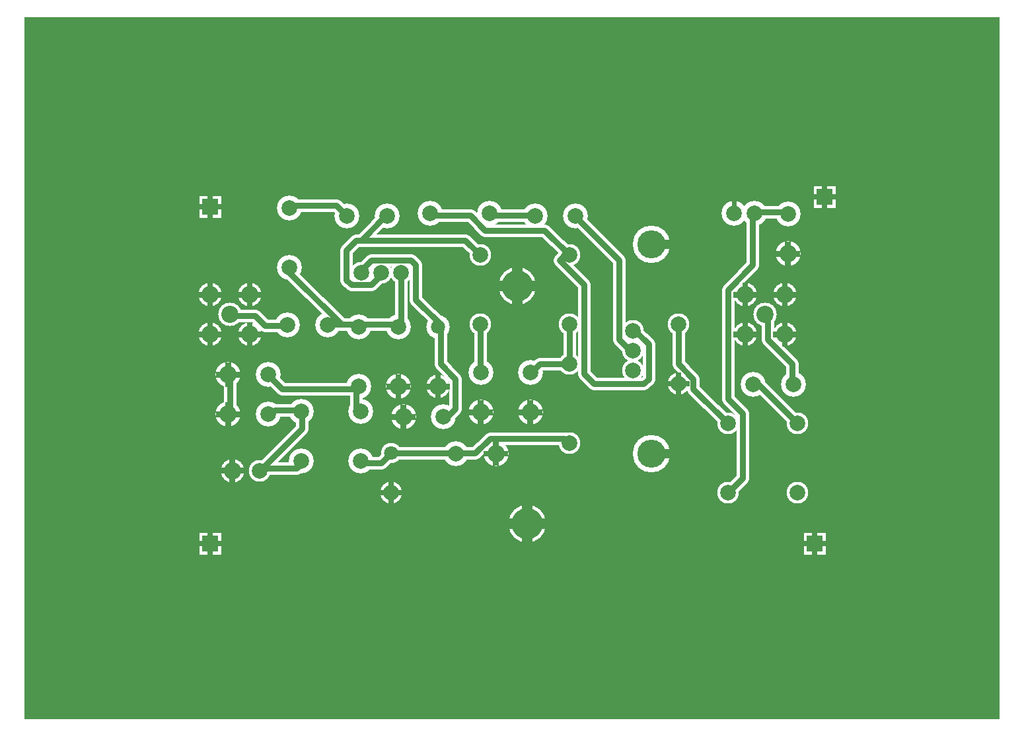
<source format=gbr>
%FSLAX34Y34*%
%MOMM*%
%LNCOPPER_BOTTOM*%
G71*
G01*
%ADD10C,2.800*%
%ADD11C,3.200*%
%ADD12C,3.000*%
%ADD13C,3.000*%
%ADD14C,2.800*%
%ADD15C,2.600*%
%ADD16C,4.800*%
%ADD17C,1.600*%
%ADD18C,4.800*%
%ADD19C,2.800*%
%ADD20C,3.000*%
%ADD21C,0.733*%
%ADD22C,0.667*%
%ADD23C,0.813*%
%ADD24C,1.200*%
%ADD25C,1.333*%
%ADD26C,2.000*%
%ADD27C,2.000*%
%ADD28C,2.200*%
%ADD29C,1.800*%
%ADD30C,3.600*%
%ADD31C,0.800*%
%ADD32C,4.000*%
%ADD33C,2.000*%
%ADD34C,2.200*%
%LPD*%
G36*
X-200000Y700000D02*
X1050000Y700000D01*
X1050000Y-200000D01*
X-200000Y-200000D01*
X-200000Y700000D01*
G37*
%LPC*%
X231800Y373100D02*
G54D10*
D03*
X257200Y373100D02*
G54D10*
D03*
X282600Y373100D02*
G54D10*
D03*
X579716Y298260D02*
G54D10*
D03*
X579716Y272860D02*
G54D10*
D03*
X579716Y247460D02*
G54D10*
D03*
X188399Y305673D02*
G54D11*
D03*
X137419Y305561D02*
G54D11*
D03*
X228625Y303125D02*
G54D11*
D03*
X228575Y226875D02*
G54D11*
D03*
X38100Y344500D02*
G54D12*
D03*
X88900Y344500D02*
G54D12*
D03*
X63500Y319100D02*
G54D12*
D03*
X88900Y293700D02*
G54D12*
D03*
X38100Y293700D02*
G54D12*
D03*
X139725Y455525D02*
G54D11*
D03*
X139675Y379275D02*
G54D11*
D03*
X279425Y303125D02*
G54D11*
D03*
X279375Y226875D02*
G54D11*
D03*
X264599Y445373D02*
G54D11*
D03*
X213619Y445261D02*
G54D11*
D03*
X330225Y303125D02*
G54D13*
D03*
X330175Y226875D02*
G54D13*
D03*
X285734Y187811D02*
G54D11*
D03*
X336715Y187923D02*
G54D11*
D03*
X231223Y195048D02*
G54D11*
D03*
X154973Y195098D02*
G54D11*
D03*
X112199Y242173D02*
G54D11*
D03*
X61219Y242061D02*
G54D11*
D03*
X112199Y191373D02*
G54D11*
D03*
X61219Y191261D02*
G54D11*
D03*
X66612Y119100D02*
G54D14*
D03*
X101712Y119100D02*
G54D14*
D03*
X231223Y131548D02*
G54D11*
D03*
X154973Y131598D02*
G54D11*
D03*
X269900Y90400D02*
G54D15*
D03*
X269900Y141200D02*
G54D15*
D03*
X404299Y140573D02*
G54D11*
D03*
X353319Y140461D02*
G54D11*
D03*
X396323Y449048D02*
G54D11*
D03*
X320073Y449098D02*
G54D11*
D03*
X638200Y306300D02*
G54D14*
D03*
X638200Y230100D02*
G54D14*
D03*
X785299Y229474D02*
G54D11*
D03*
X734318Y229361D02*
G54D11*
D03*
X384200Y395200D02*
G54D14*
D03*
X384200Y306300D02*
G54D14*
D03*
X498500Y395200D02*
G54D14*
D03*
X498500Y306300D02*
G54D14*
D03*
X384898Y193810D02*
G54D11*
D03*
X384785Y244790D02*
G54D11*
D03*
X709775Y448575D02*
G54D11*
D03*
X735275Y448575D02*
G54D11*
D03*
X778598Y397010D02*
G54D11*
D03*
X778485Y447990D02*
G54D11*
D03*
X701700Y179300D02*
G54D14*
D03*
X790600Y179300D02*
G54D14*
D03*
X701700Y90400D02*
G54D14*
D03*
X790600Y90400D02*
G54D14*
D03*
X505900Y445373D02*
G54D11*
D03*
X454920Y445260D02*
G54D11*
D03*
X723900Y344500D02*
G54D12*
D03*
X774700Y344500D02*
G54D12*
D03*
X749300Y319100D02*
G54D12*
D03*
X774700Y293700D02*
G54D12*
D03*
X723900Y293700D02*
G54D12*
D03*
X603276Y409344D02*
G54D16*
D03*
X603376Y140944D02*
G54D16*
D03*
X498500Y255500D02*
G54D14*
D03*
X498500Y153900D02*
G54D14*
D03*
X448398Y193810D02*
G54D11*
D03*
X448285Y244790D02*
G54D11*
D03*
G54D17*
X154973Y131598D02*
X155600Y128500D01*
X149250Y122150D01*
X104800Y122150D01*
X101712Y119100D01*
G54D17*
X101712Y119100D02*
X104800Y122150D01*
X155600Y172950D01*
X155600Y192000D01*
X154973Y195098D01*
G54D17*
X112199Y242173D02*
X111150Y242800D01*
X130200Y223750D01*
X225450Y223750D01*
X228575Y226875D01*
G54D17*
X231223Y195048D02*
X231800Y192000D01*
X225450Y198350D01*
X225450Y223750D01*
X228575Y226875D01*
G54D17*
X269900Y141200D02*
X257200Y128500D01*
X231800Y128500D01*
X231223Y131548D01*
G54D17*
X353319Y140461D02*
X352450Y141200D01*
X269900Y141200D01*
G54D17*
X498500Y153900D02*
X492150Y160250D01*
X396900Y160250D01*
X377850Y141200D01*
X269900Y141200D01*
G54D17*
X228625Y303125D02*
X231800Y306300D01*
X187350Y306300D01*
X188399Y305673D01*
G54D17*
X279425Y303125D02*
X282600Y306300D01*
X231800Y306300D01*
X228625Y303125D01*
G54D17*
X279425Y303125D02*
X282600Y306300D01*
X282600Y376150D01*
X282600Y373100D01*
G54D17*
X330225Y303125D02*
X333400Y306300D01*
X301650Y338050D01*
X301650Y382500D01*
X295300Y388850D01*
X244500Y388850D01*
X231800Y376150D01*
X231800Y373100D01*
G54D17*
X139675Y379275D02*
X136550Y376150D01*
X206400Y306300D01*
X231800Y306300D01*
X228625Y303125D01*
G54D17*
X213619Y445261D02*
X212750Y446000D01*
X200050Y458700D01*
X142900Y458700D01*
X139725Y455525D01*
G54D17*
X264599Y445373D02*
X263550Y446000D01*
X231800Y414250D01*
X225450Y414250D01*
X212750Y401550D01*
X212750Y363450D01*
X219100Y357100D01*
X244500Y357100D01*
X257200Y369800D01*
X257200Y376150D01*
X257200Y373100D01*
G54D17*
X384200Y395200D02*
X365150Y414250D01*
X225450Y414250D01*
X212750Y401550D01*
X212750Y363450D01*
X219100Y357100D01*
X244500Y357100D01*
X257200Y369800D01*
X257200Y376150D01*
X257200Y373100D01*
G54D17*
X498500Y395200D02*
X466750Y426950D01*
X390550Y426950D01*
X371500Y446000D01*
X320700Y446000D01*
X320073Y449098D01*
G54D17*
X454920Y445260D02*
X454050Y446000D01*
X396900Y446000D01*
X396323Y449048D01*
G54D17*
X505900Y445373D02*
X504850Y446000D01*
X562000Y388850D01*
X562000Y287250D01*
X574700Y274550D01*
X581050Y274550D01*
X579716Y272860D01*
G54D17*
X498500Y395200D02*
X492150Y395200D01*
X485800Y388850D01*
X517550Y357100D01*
X517550Y242800D01*
X530250Y230100D01*
X593750Y230100D01*
X600100Y236450D01*
X600100Y280900D01*
X581050Y299950D01*
X579716Y298260D01*
G54D17*
X448285Y244790D02*
X447700Y242800D01*
X460400Y255500D01*
X498500Y255500D01*
G54D17*
X498500Y255500D02*
X498500Y306300D01*
G54D17*
X701700Y179300D02*
X657250Y223750D01*
X657250Y236450D01*
X638200Y255500D01*
X638200Y306300D01*
G54D17*
X384785Y244790D02*
X384200Y242800D01*
X384200Y306300D01*
G54D17*
X336715Y187923D02*
X339750Y185650D01*
X352450Y198350D01*
X352450Y236450D01*
X333400Y255500D01*
X333400Y306300D01*
X330225Y303125D01*
G54D17*
X749300Y319100D02*
X746150Y319000D01*
X752500Y312650D01*
X752500Y287250D01*
X784250Y255500D01*
X784250Y230100D01*
X785299Y229474D01*
G54D17*
X790600Y179300D02*
X739800Y230100D01*
X733450Y230100D01*
X734318Y229361D01*
G54D17*
X701700Y90400D02*
X720750Y109450D01*
X720750Y192000D01*
X701700Y211050D01*
X701700Y350750D01*
X733450Y382500D01*
X733450Y446000D01*
X735275Y448575D01*
G54D17*
X61219Y191261D02*
X63500Y190500D01*
X63500Y241300D01*
X61219Y242061D01*
G36*
X24100Y471200D02*
X52100Y471200D01*
X52100Y443200D01*
X24100Y443200D01*
X24100Y471200D01*
G37*
G36*
X24100Y39400D02*
X52100Y39400D01*
X52100Y11400D01*
X24100Y11400D01*
X24100Y39400D01*
G37*
G36*
X798800Y39400D02*
X826800Y39400D01*
X826800Y11400D01*
X798800Y11400D01*
X798800Y39400D01*
G37*
G36*
X811500Y483900D02*
X839500Y483900D01*
X839500Y455900D01*
X811500Y455900D01*
X811500Y483900D01*
G37*
X444500Y50800D02*
G54D18*
D03*
X431800Y355600D02*
G54D18*
D03*
X61219Y191261D02*
G54D19*
D03*
X61219Y242061D02*
G54D19*
D03*
X404299Y140573D02*
G54D19*
D03*
X638200Y230100D02*
G54D19*
D03*
X330175Y226875D02*
G54D19*
D03*
X279375Y226875D02*
G54D20*
D03*
X285734Y187811D02*
G54D20*
D03*
X384898Y193810D02*
G54D20*
D03*
X448398Y193810D02*
G54D20*
D03*
X269900Y90400D02*
G54D19*
D03*
X61219Y242061D02*
G54D20*
D03*
X61219Y191261D02*
G54D20*
D03*
X66612Y119100D02*
G54D20*
D03*
X404299Y140573D02*
G54D20*
D03*
X330175Y226875D02*
G54D20*
D03*
G54D17*
X63500Y319100D02*
X63500Y317500D01*
X95250Y317500D01*
X107950Y304800D01*
X139700Y304800D01*
X137419Y305561D01*
X778598Y397010D02*
G54D20*
D03*
G54D17*
X112199Y191373D02*
X114300Y190500D01*
X120650Y196850D01*
X152400Y196850D01*
X154973Y195098D01*
G54D17*
X778485Y447990D02*
X781050Y450850D01*
X736600Y450850D01*
X735275Y448575D01*
%LPD*%
G54D21*
G36*
X34433Y344500D02*
X34433Y360000D01*
X41767Y360000D01*
X41767Y344500D01*
X34433Y344500D01*
G37*
G36*
X38100Y348167D02*
X53600Y348167D01*
X53600Y340833D01*
X38100Y340833D01*
X38100Y348167D01*
G37*
G36*
X41767Y344500D02*
X41767Y329000D01*
X34433Y329000D01*
X34433Y344500D01*
X41767Y344500D01*
G37*
G36*
X38100Y340833D02*
X22600Y340833D01*
X22600Y348167D01*
X38100Y348167D01*
X38100Y340833D01*
G37*
G54D21*
G36*
X85233Y344500D02*
X85233Y360000D01*
X92567Y360000D01*
X92567Y344500D01*
X85233Y344500D01*
G37*
G36*
X88900Y348167D02*
X104400Y348167D01*
X104400Y340833D01*
X88900Y340833D01*
X88900Y348167D01*
G37*
G36*
X92567Y344500D02*
X92567Y329000D01*
X85233Y329000D01*
X85233Y344500D01*
X92567Y344500D01*
G37*
G36*
X88900Y340833D02*
X73400Y340833D01*
X73400Y348167D01*
X88900Y348167D01*
X88900Y340833D01*
G37*
G54D21*
G36*
X85233Y293700D02*
X85233Y309200D01*
X92567Y309200D01*
X92567Y293700D01*
X85233Y293700D01*
G37*
G36*
X88900Y297367D02*
X104400Y297367D01*
X104400Y290033D01*
X88900Y290033D01*
X88900Y297367D01*
G37*
G36*
X92567Y293700D02*
X92567Y278200D01*
X85233Y278200D01*
X85233Y293700D01*
X92567Y293700D01*
G37*
G36*
X88900Y290033D02*
X73400Y290033D01*
X73400Y297367D01*
X88900Y297367D01*
X88900Y290033D01*
G37*
G54D21*
G36*
X34433Y293700D02*
X34433Y309200D01*
X41767Y309200D01*
X41767Y293700D01*
X34433Y293700D01*
G37*
G36*
X38100Y297367D02*
X53600Y297367D01*
X53600Y290033D01*
X38100Y290033D01*
X38100Y297367D01*
G37*
G36*
X41767Y293700D02*
X41767Y278200D01*
X34433Y278200D01*
X34433Y293700D01*
X41767Y293700D01*
G37*
G36*
X38100Y290033D02*
X22600Y290033D01*
X22600Y297367D01*
X38100Y297367D01*
X38100Y290033D01*
G37*
G54D22*
G36*
X706442Y448575D02*
X706442Y465075D01*
X713108Y465075D01*
X713108Y448575D01*
X706442Y448575D01*
G37*
G54D23*
G54D21*
G36*
X720233Y344500D02*
X720233Y360000D01*
X727567Y360000D01*
X727567Y344500D01*
X720233Y344500D01*
G37*
G36*
X723900Y348167D02*
X739400Y348167D01*
X739400Y340833D01*
X723900Y340833D01*
X723900Y348167D01*
G37*
G36*
X727567Y344500D02*
X727567Y329000D01*
X720233Y329000D01*
X720233Y344500D01*
X727567Y344500D01*
G37*
G36*
X723900Y340833D02*
X708400Y340833D01*
X708400Y348167D01*
X723900Y348167D01*
X723900Y340833D01*
G37*
G54D21*
G36*
X771033Y344500D02*
X771033Y360000D01*
X778367Y360000D01*
X778367Y344500D01*
X771033Y344500D01*
G37*
G36*
X774700Y348167D02*
X790200Y348167D01*
X790200Y340833D01*
X774700Y340833D01*
X774700Y348167D01*
G37*
G36*
X778367Y344500D02*
X778367Y329000D01*
X771033Y329000D01*
X771033Y344500D01*
X778367Y344500D01*
G37*
G36*
X774700Y340833D02*
X759200Y340833D01*
X759200Y348167D01*
X774700Y348167D01*
X774700Y340833D01*
G37*
G54D21*
G36*
X771033Y293700D02*
X771033Y309200D01*
X778367Y309200D01*
X778367Y293700D01*
X771033Y293700D01*
G37*
G36*
X774700Y297367D02*
X790200Y297367D01*
X790200Y290033D01*
X774700Y290033D01*
X774700Y297367D01*
G37*
G36*
X778367Y293700D02*
X778367Y278200D01*
X771033Y278200D01*
X771033Y293700D01*
X778367Y293700D01*
G37*
G36*
X774700Y290033D02*
X759200Y290033D01*
X759200Y297367D01*
X774700Y297367D01*
X774700Y290033D01*
G37*
G54D21*
G36*
X720233Y293700D02*
X720233Y309200D01*
X727567Y309200D01*
X727567Y293700D01*
X720233Y293700D01*
G37*
G36*
X723900Y297367D02*
X739400Y297367D01*
X739400Y290033D01*
X723900Y290033D01*
X723900Y297367D01*
G37*
G36*
X727567Y293700D02*
X727567Y278200D01*
X720233Y278200D01*
X720233Y293700D01*
X727567Y293700D01*
G37*
G36*
X723900Y290033D02*
X708400Y290033D01*
X708400Y297367D01*
X723900Y297367D01*
X723900Y290033D01*
G37*
G54D24*
G36*
X603276Y415344D02*
X627776Y415344D01*
X627776Y403344D01*
X603276Y403344D01*
X603276Y415344D01*
G37*
G54D24*
G36*
X603376Y146944D02*
X627876Y146944D01*
X627876Y134944D01*
X603376Y134944D01*
X603376Y146944D01*
G37*
G54D22*
G36*
X34767Y457200D02*
X34767Y471700D01*
X41433Y471700D01*
X41433Y457200D01*
X34767Y457200D01*
G37*
G36*
X38100Y460533D02*
X52600Y460533D01*
X52600Y453867D01*
X38100Y453867D01*
X38100Y460533D01*
G37*
G36*
X41433Y457200D02*
X41433Y442700D01*
X34767Y442700D01*
X34767Y457200D01*
X41433Y457200D01*
G37*
G36*
X38100Y453867D02*
X23600Y453867D01*
X23600Y460533D01*
X38100Y460533D01*
X38100Y453867D01*
G37*
G54D22*
G36*
X34767Y25400D02*
X34767Y39900D01*
X41433Y39900D01*
X41433Y25400D01*
X34767Y25400D01*
G37*
G36*
X38100Y28733D02*
X52600Y28733D01*
X52600Y22067D01*
X38100Y22067D01*
X38100Y28733D01*
G37*
G36*
X41433Y25400D02*
X41433Y10900D01*
X34767Y10900D01*
X34767Y25400D01*
X41433Y25400D01*
G37*
G36*
X38100Y22067D02*
X23600Y22067D01*
X23600Y28733D01*
X38100Y28733D01*
X38100Y22067D01*
G37*
G54D22*
G36*
X809467Y25400D02*
X809467Y39900D01*
X816133Y39900D01*
X816133Y25400D01*
X809467Y25400D01*
G37*
G36*
X812800Y28733D02*
X827300Y28733D01*
X827300Y22067D01*
X812800Y22067D01*
X812800Y28733D01*
G37*
G36*
X816133Y25400D02*
X816133Y10900D01*
X809467Y10900D01*
X809467Y25400D01*
X816133Y25400D01*
G37*
G36*
X812800Y22067D02*
X798300Y22067D01*
X798300Y28733D01*
X812800Y28733D01*
X812800Y22067D01*
G37*
G54D22*
G36*
X822167Y469900D02*
X822167Y484400D01*
X828833Y484400D01*
X828833Y469900D01*
X822167Y469900D01*
G37*
G36*
X825500Y473233D02*
X840000Y473233D01*
X840000Y466567D01*
X825500Y466567D01*
X825500Y473233D01*
G37*
G36*
X828833Y469900D02*
X828833Y455400D01*
X822167Y455400D01*
X822167Y469900D01*
X828833Y469900D01*
G37*
G36*
X825500Y466567D02*
X811000Y466567D01*
X811000Y473233D01*
X825500Y473233D01*
X825500Y466567D01*
G37*
G54D25*
G36*
X437833Y50800D02*
X437833Y75300D01*
X451167Y75300D01*
X451167Y50800D01*
X437833Y50800D01*
G37*
G36*
X444500Y57467D02*
X469000Y57467D01*
X469000Y44133D01*
X444500Y44133D01*
X444500Y57467D01*
G37*
G36*
X451167Y50800D02*
X451167Y26300D01*
X437833Y26300D01*
X437833Y50800D01*
X451167Y50800D01*
G37*
G36*
X444500Y44133D02*
X420000Y44133D01*
X420000Y57467D01*
X444500Y57467D01*
X444500Y44133D01*
G37*
G54D25*
G36*
X425133Y355600D02*
X425133Y380100D01*
X438467Y380100D01*
X438467Y355600D01*
X425133Y355600D01*
G37*
G36*
X431800Y362267D02*
X456300Y362267D01*
X456300Y348933D01*
X431800Y348933D01*
X431800Y362267D01*
G37*
G36*
X438467Y355600D02*
X438467Y331100D01*
X425133Y331100D01*
X425133Y355600D01*
X438467Y355600D01*
G37*
G36*
X431800Y348933D02*
X407300Y348933D01*
X407300Y362267D01*
X431800Y362267D01*
X431800Y348933D01*
G37*
G54D22*
G36*
X57886Y191261D02*
X57886Y205761D01*
X64552Y205761D01*
X64552Y191261D01*
X57886Y191261D01*
G37*
G36*
X61219Y194594D02*
X75719Y194594D01*
X75719Y187928D01*
X61219Y187928D01*
X61219Y194594D01*
G37*
G36*
X64552Y191261D02*
X64552Y176761D01*
X57886Y176761D01*
X57886Y191261D01*
X64552Y191261D01*
G37*
G36*
X61219Y187928D02*
X46719Y187928D01*
X46719Y194594D01*
X61219Y194594D01*
X61219Y187928D01*
G37*
G54D22*
G36*
X57886Y242061D02*
X57886Y256561D01*
X64552Y256561D01*
X64552Y242061D01*
X57886Y242061D01*
G37*
G36*
X61219Y245394D02*
X75719Y245394D01*
X75719Y238728D01*
X61219Y238728D01*
X61219Y245394D01*
G37*
G36*
X64552Y242061D02*
X64552Y227561D01*
X57886Y227561D01*
X57886Y242061D01*
X64552Y242061D01*
G37*
G36*
X61219Y238728D02*
X46719Y238728D01*
X46719Y245394D01*
X61219Y245394D01*
X61219Y238728D01*
G37*
G54D22*
G36*
X400966Y140573D02*
X400966Y155073D01*
X407632Y155073D01*
X407632Y140573D01*
X400966Y140573D01*
G37*
G36*
X404299Y143906D02*
X418799Y143906D01*
X418799Y137240D01*
X404299Y137240D01*
X404299Y143906D01*
G37*
G36*
X407632Y140573D02*
X407632Y126073D01*
X400966Y126073D01*
X400966Y140573D01*
X407632Y140573D01*
G37*
G36*
X404299Y137240D02*
X389799Y137240D01*
X389799Y143906D01*
X404299Y143906D01*
X404299Y137240D01*
G37*
G54D22*
G36*
X634867Y230100D02*
X634867Y244600D01*
X641533Y244600D01*
X641533Y230100D01*
X634867Y230100D01*
G37*
G36*
X638200Y233433D02*
X652700Y233433D01*
X652700Y226767D01*
X638200Y226767D01*
X638200Y233433D01*
G37*
G36*
X641533Y230100D02*
X641533Y215600D01*
X634867Y215600D01*
X634867Y230100D01*
X641533Y230100D01*
G37*
G36*
X638200Y226767D02*
X623700Y226767D01*
X623700Y233433D01*
X638200Y233433D01*
X638200Y226767D01*
G37*
G54D22*
G36*
X326842Y226875D02*
X326842Y241375D01*
X333508Y241375D01*
X333508Y226875D01*
X326842Y226875D01*
G37*
G36*
X330175Y230208D02*
X344675Y230208D01*
X344675Y223542D01*
X330175Y223542D01*
X330175Y230208D01*
G37*
G36*
X333508Y226875D02*
X333508Y212375D01*
X326842Y212375D01*
X326842Y226875D01*
X333508Y226875D01*
G37*
G36*
X330175Y223542D02*
X315675Y223542D01*
X315675Y230208D01*
X330175Y230208D01*
X330175Y223542D01*
G37*
G54D21*
G36*
X275708Y226875D02*
X275708Y242375D01*
X283042Y242375D01*
X283042Y226875D01*
X275708Y226875D01*
G37*
G36*
X279375Y230542D02*
X294875Y230542D01*
X294875Y223208D01*
X279375Y223208D01*
X279375Y230542D01*
G37*
G36*
X283042Y226875D02*
X283042Y211375D01*
X275708Y211375D01*
X275708Y226875D01*
X283042Y226875D01*
G37*
G36*
X279375Y223208D02*
X263875Y223208D01*
X263875Y230542D01*
X279375Y230542D01*
X279375Y223208D01*
G37*
G54D21*
G36*
X282067Y187811D02*
X282067Y203311D01*
X289401Y203311D01*
X289401Y187811D01*
X282067Y187811D01*
G37*
G36*
X285734Y191477D02*
X301234Y191477D01*
X301234Y184144D01*
X285734Y184144D01*
X285734Y191477D01*
G37*
G36*
X289401Y187811D02*
X289401Y172311D01*
X282067Y172311D01*
X282067Y187811D01*
X289401Y187811D01*
G37*
G36*
X285734Y184144D02*
X270234Y184144D01*
X270234Y191477D01*
X285734Y191477D01*
X285734Y184144D01*
G37*
G54D21*
G36*
X381231Y193810D02*
X381231Y209310D01*
X388564Y209310D01*
X388564Y193810D01*
X381231Y193810D01*
G37*
G36*
X384898Y197476D02*
X400398Y197476D01*
X400398Y190143D01*
X384898Y190143D01*
X384898Y197476D01*
G37*
G36*
X388564Y193810D02*
X388564Y178310D01*
X381231Y178310D01*
X381231Y193810D01*
X388564Y193810D01*
G37*
G36*
X384898Y190143D02*
X369398Y190143D01*
X369398Y197476D01*
X384898Y197476D01*
X384898Y190143D01*
G37*
G54D21*
G36*
X444731Y193810D02*
X444731Y209310D01*
X452064Y209310D01*
X452064Y193810D01*
X444731Y193810D01*
G37*
G36*
X448398Y197476D02*
X463898Y197476D01*
X463898Y190143D01*
X448398Y190143D01*
X448398Y197476D01*
G37*
G36*
X452064Y193810D02*
X452064Y178310D01*
X444731Y178310D01*
X444731Y193810D01*
X452064Y193810D01*
G37*
G36*
X448398Y190143D02*
X432898Y190143D01*
X432898Y197476D01*
X448398Y197476D01*
X448398Y190143D01*
G37*
G54D22*
G36*
X266567Y90400D02*
X266567Y104900D01*
X273233Y104900D01*
X273233Y90400D01*
X266567Y90400D01*
G37*
G36*
X269900Y93733D02*
X284400Y93733D01*
X284400Y87067D01*
X269900Y87067D01*
X269900Y93733D01*
G37*
G36*
X273233Y90400D02*
X273233Y75900D01*
X266567Y75900D01*
X266567Y90400D01*
X273233Y90400D01*
G37*
G36*
X269900Y87067D02*
X255400Y87067D01*
X255400Y93733D01*
X269900Y93733D01*
X269900Y87067D01*
G37*
G54D21*
G36*
X57552Y242061D02*
X57552Y257561D01*
X64885Y257561D01*
X64885Y242061D01*
X57552Y242061D01*
G37*
G36*
X61219Y245728D02*
X76719Y245728D01*
X76719Y238394D01*
X61219Y238394D01*
X61219Y245728D01*
G37*
G36*
X64885Y242061D02*
X64885Y226561D01*
X57552Y226561D01*
X57552Y242061D01*
X64885Y242061D01*
G37*
G36*
X61219Y238394D02*
X45719Y238394D01*
X45719Y245728D01*
X61219Y245728D01*
X61219Y238394D01*
G37*
G54D21*
G36*
X57552Y191261D02*
X57552Y206761D01*
X64885Y206761D01*
X64885Y191261D01*
X57552Y191261D01*
G37*
G36*
X61219Y194928D02*
X76719Y194928D01*
X76719Y187594D01*
X61219Y187594D01*
X61219Y194928D01*
G37*
G36*
X64885Y191261D02*
X64885Y175761D01*
X57552Y175761D01*
X57552Y191261D01*
X64885Y191261D01*
G37*
G36*
X61219Y187594D02*
X45719Y187594D01*
X45719Y194928D01*
X61219Y194928D01*
X61219Y187594D01*
G37*
G54D21*
G36*
X62945Y119100D02*
X62945Y134600D01*
X70279Y134600D01*
X70279Y119100D01*
X62945Y119100D01*
G37*
G36*
X66612Y122767D02*
X82112Y122767D01*
X82112Y115433D01*
X66612Y115433D01*
X66612Y122767D01*
G37*
G36*
X70279Y119100D02*
X70279Y103600D01*
X62945Y103600D01*
X62945Y119100D01*
X70279Y119100D01*
G37*
G36*
X66612Y115433D02*
X51112Y115433D01*
X51112Y122767D01*
X66612Y122767D01*
X66612Y115433D01*
G37*
G54D21*
G36*
X400632Y140573D02*
X400632Y156073D01*
X407966Y156073D01*
X407966Y140573D01*
X400632Y140573D01*
G37*
G36*
X404299Y144240D02*
X419799Y144240D01*
X419799Y136906D01*
X404299Y136906D01*
X404299Y144240D01*
G37*
G36*
X407966Y140573D02*
X407966Y125073D01*
X400632Y125073D01*
X400632Y140573D01*
X407966Y140573D01*
G37*
G36*
X404299Y136906D02*
X388799Y136906D01*
X388799Y144240D01*
X404299Y144240D01*
X404299Y136906D01*
G37*
G54D21*
G36*
X326508Y226875D02*
X326508Y242375D01*
X333842Y242375D01*
X333842Y226875D01*
X326508Y226875D01*
G37*
G36*
X330175Y230542D02*
X345675Y230542D01*
X345675Y223208D01*
X330175Y223208D01*
X330175Y230542D01*
G37*
G36*
X333842Y226875D02*
X333842Y211375D01*
X326508Y211375D01*
X326508Y226875D01*
X333842Y226875D01*
G37*
G36*
X330175Y223208D02*
X314675Y223208D01*
X314675Y230542D01*
X330175Y230542D01*
X330175Y223208D01*
G37*
G54D21*
G36*
X774931Y397010D02*
X774931Y412510D01*
X782264Y412510D01*
X782264Y397010D01*
X774931Y397010D01*
G37*
G36*
X778598Y400676D02*
X794098Y400676D01*
X794098Y393343D01*
X778598Y393343D01*
X778598Y400676D01*
G37*
G36*
X782264Y397010D02*
X782264Y381510D01*
X774931Y381510D01*
X774931Y397010D01*
X782264Y397010D01*
G37*
G36*
X778598Y393343D02*
X763098Y393343D01*
X763098Y400676D01*
X778598Y400676D01*
X778598Y393343D01*
G37*
X231800Y373100D02*
G54D26*
D03*
X257200Y373100D02*
G54D26*
D03*
X282600Y373100D02*
G54D26*
D03*
X579716Y298260D02*
G54D26*
D03*
X579716Y272860D02*
G54D26*
D03*
X579716Y247460D02*
G54D26*
D03*
X188399Y305673D02*
G54D27*
D03*
X137419Y305561D02*
G54D27*
D03*
X228625Y303125D02*
G54D27*
D03*
X228575Y226875D02*
G54D27*
D03*
X38100Y344500D02*
G54D28*
D03*
X88900Y344500D02*
G54D28*
D03*
X63500Y319100D02*
G54D28*
D03*
X88900Y293700D02*
G54D28*
D03*
X38100Y293700D02*
G54D28*
D03*
X139725Y455525D02*
G54D27*
D03*
X139675Y379275D02*
G54D27*
D03*
X279425Y303125D02*
G54D27*
D03*
X279375Y226875D02*
G54D27*
D03*
X264599Y445373D02*
G54D27*
D03*
X213619Y445261D02*
G54D27*
D03*
X330225Y303125D02*
G54D29*
D03*
X330175Y226875D02*
G54D29*
D03*
X285734Y187811D02*
G54D27*
D03*
X336715Y187923D02*
G54D27*
D03*
X231223Y195048D02*
G54D27*
D03*
X154973Y195098D02*
G54D27*
D03*
X112199Y242173D02*
G54D27*
D03*
X61219Y242061D02*
G54D27*
D03*
X112199Y191373D02*
G54D27*
D03*
X61219Y191261D02*
G54D27*
D03*
X66612Y119100D02*
G54D27*
D03*
X101712Y119100D02*
G54D27*
D03*
X231223Y131548D02*
G54D27*
D03*
X154973Y131598D02*
G54D27*
D03*
X269900Y90400D02*
G54D29*
D03*
X269900Y141200D02*
G54D29*
D03*
X404299Y140573D02*
G54D27*
D03*
X353319Y140461D02*
G54D27*
D03*
X396323Y449048D02*
G54D27*
D03*
X320073Y449098D02*
G54D27*
D03*
X638200Y306300D02*
G54D27*
D03*
X638200Y230100D02*
G54D27*
D03*
X785299Y229474D02*
G54D27*
D03*
X734318Y229361D02*
G54D27*
D03*
X384200Y395200D02*
G54D27*
D03*
X384200Y306300D02*
G54D27*
D03*
X498500Y395200D02*
G54D27*
D03*
X498500Y306300D02*
G54D27*
D03*
X384898Y193810D02*
G54D27*
D03*
X384785Y244790D02*
G54D27*
D03*
X709775Y448575D02*
G54D27*
D03*
X735275Y448575D02*
G54D27*
D03*
X778598Y397010D02*
G54D27*
D03*
X778485Y447990D02*
G54D27*
D03*
X701700Y179300D02*
G54D27*
D03*
X790600Y179300D02*
G54D27*
D03*
X701700Y90400D02*
G54D27*
D03*
X790600Y90400D02*
G54D27*
D03*
X505900Y445373D02*
G54D27*
D03*
X454920Y445260D02*
G54D27*
D03*
X723900Y344500D02*
G54D28*
D03*
X774700Y344500D02*
G54D28*
D03*
X749300Y319100D02*
G54D28*
D03*
X774700Y293700D02*
G54D28*
D03*
X723900Y293700D02*
G54D28*
D03*
X603276Y409344D02*
G54D30*
D03*
X603376Y140944D02*
G54D30*
D03*
X498500Y255500D02*
G54D27*
D03*
X498500Y153900D02*
G54D27*
D03*
X448398Y193810D02*
G54D27*
D03*
X448285Y244790D02*
G54D27*
D03*
G54D31*
X154973Y131598D02*
X155600Y128500D01*
X149250Y122150D01*
X104800Y122150D01*
X101712Y119100D01*
G54D31*
X101712Y119100D02*
X104800Y122150D01*
X155600Y172950D01*
X155600Y192000D01*
X154973Y195098D01*
G54D31*
X112199Y242173D02*
X111150Y242800D01*
X130200Y223750D01*
X225450Y223750D01*
X228575Y226875D01*
G54D31*
X231223Y195048D02*
X231800Y192000D01*
X225450Y198350D01*
X225450Y223750D01*
X228575Y226875D01*
G54D31*
X269900Y141200D02*
X257200Y128500D01*
X231800Y128500D01*
X231223Y131548D01*
G54D31*
X353319Y140461D02*
X352450Y141200D01*
X269900Y141200D01*
G54D31*
X498500Y153900D02*
X492150Y160250D01*
X396900Y160250D01*
X377850Y141200D01*
X269900Y141200D01*
G54D31*
X228625Y303125D02*
X231800Y306300D01*
X187350Y306300D01*
X188399Y305673D01*
G54D31*
X279425Y303125D02*
X282600Y306300D01*
X231800Y306300D01*
X228625Y303125D01*
G54D31*
X279425Y303125D02*
X282600Y306300D01*
X282600Y376150D01*
X282600Y373100D01*
G54D31*
X330225Y303125D02*
X333400Y306300D01*
X301650Y338050D01*
X301650Y382500D01*
X295300Y388850D01*
X244500Y388850D01*
X231800Y376150D01*
X231800Y373100D01*
G54D31*
X139675Y379275D02*
X136550Y376150D01*
X206400Y306300D01*
X231800Y306300D01*
X228625Y303125D01*
G54D31*
X213619Y445261D02*
X212750Y446000D01*
X200050Y458700D01*
X142900Y458700D01*
X139725Y455525D01*
G54D31*
X264599Y445373D02*
X263550Y446000D01*
X231800Y414250D01*
X225450Y414250D01*
X212750Y401550D01*
X212750Y363450D01*
X219100Y357100D01*
X244500Y357100D01*
X257200Y369800D01*
X257200Y376150D01*
X257200Y373100D01*
G54D31*
X384200Y395200D02*
X365150Y414250D01*
X225450Y414250D01*
X212750Y401550D01*
X212750Y363450D01*
X219100Y357100D01*
X244500Y357100D01*
X257200Y369800D01*
X257200Y376150D01*
X257200Y373100D01*
G54D31*
X498500Y395200D02*
X466750Y426950D01*
X390550Y426950D01*
X371500Y446000D01*
X320700Y446000D01*
X320073Y449098D01*
G54D31*
X454920Y445260D02*
X454050Y446000D01*
X396900Y446000D01*
X396323Y449048D01*
G54D31*
X505900Y445373D02*
X504850Y446000D01*
X562000Y388850D01*
X562000Y287250D01*
X574700Y274550D01*
X581050Y274550D01*
X579716Y272860D01*
G54D31*
X498500Y395200D02*
X492150Y395200D01*
X485800Y388850D01*
X517550Y357100D01*
X517550Y242800D01*
X530250Y230100D01*
X593750Y230100D01*
X600100Y236450D01*
X600100Y280900D01*
X581050Y299950D01*
X579716Y298260D01*
G54D31*
X448285Y244790D02*
X447700Y242800D01*
X460400Y255500D01*
X498500Y255500D01*
G54D31*
X498500Y255500D02*
X498500Y306300D01*
G54D31*
X701700Y179300D02*
X657250Y223750D01*
X657250Y236450D01*
X638200Y255500D01*
X638200Y306300D01*
G54D31*
X384785Y244790D02*
X384200Y242800D01*
X384200Y306300D01*
G54D31*
X336715Y187923D02*
X339750Y185650D01*
X352450Y198350D01*
X352450Y236450D01*
X333400Y255500D01*
X333400Y306300D01*
X330225Y303125D01*
G54D31*
X749300Y319100D02*
X746150Y319000D01*
X752500Y312650D01*
X752500Y287250D01*
X784250Y255500D01*
X784250Y230100D01*
X785299Y229474D01*
G54D31*
X790600Y179300D02*
X739800Y230100D01*
X733450Y230100D01*
X734318Y229361D01*
G54D31*
X701700Y90400D02*
X720750Y109450D01*
X720750Y192000D01*
X701700Y211050D01*
X701700Y350750D01*
X733450Y382500D01*
X733450Y446000D01*
X735275Y448575D01*
G54D31*
X61219Y191261D02*
X63500Y190500D01*
X63500Y241300D01*
X61219Y242061D01*
G36*
X28100Y467200D02*
X48100Y467200D01*
X48100Y447200D01*
X28100Y447200D01*
X28100Y467200D01*
G37*
G36*
X28100Y35400D02*
X48100Y35400D01*
X48100Y15400D01*
X28100Y15400D01*
X28100Y35400D01*
G37*
G36*
X802800Y35400D02*
X822800Y35400D01*
X822800Y15400D01*
X802800Y15400D01*
X802800Y35400D01*
G37*
G36*
X815500Y479900D02*
X835500Y479900D01*
X835500Y459900D01*
X815500Y459900D01*
X815500Y479900D01*
G37*
X444500Y50800D02*
G54D32*
D03*
X431800Y355600D02*
G54D32*
D03*
X61219Y191261D02*
G54D33*
D03*
X61219Y242061D02*
G54D33*
D03*
X404299Y140573D02*
G54D33*
D03*
X638200Y230100D02*
G54D33*
D03*
X330175Y226875D02*
G54D33*
D03*
X279375Y226875D02*
G54D34*
D03*
X285734Y187811D02*
G54D34*
D03*
X384898Y193810D02*
G54D34*
D03*
X448398Y193810D02*
G54D34*
D03*
X269900Y90400D02*
G54D33*
D03*
X61219Y242061D02*
G54D34*
D03*
X61219Y191261D02*
G54D34*
D03*
X66612Y119100D02*
G54D34*
D03*
X404299Y140573D02*
G54D34*
D03*
X330175Y226875D02*
G54D34*
D03*
G54D31*
X63500Y319100D02*
X63500Y317500D01*
X95250Y317500D01*
X107950Y304800D01*
X139700Y304800D01*
X137419Y305561D01*
X778598Y397010D02*
G54D34*
D03*
G54D31*
X112199Y191373D02*
X114300Y190500D01*
X120650Y196850D01*
X152400Y196850D01*
X154973Y195098D01*
G54D31*
X778485Y447990D02*
X781050Y450850D01*
X736600Y450850D01*
X735275Y448575D01*
M02*

</source>
